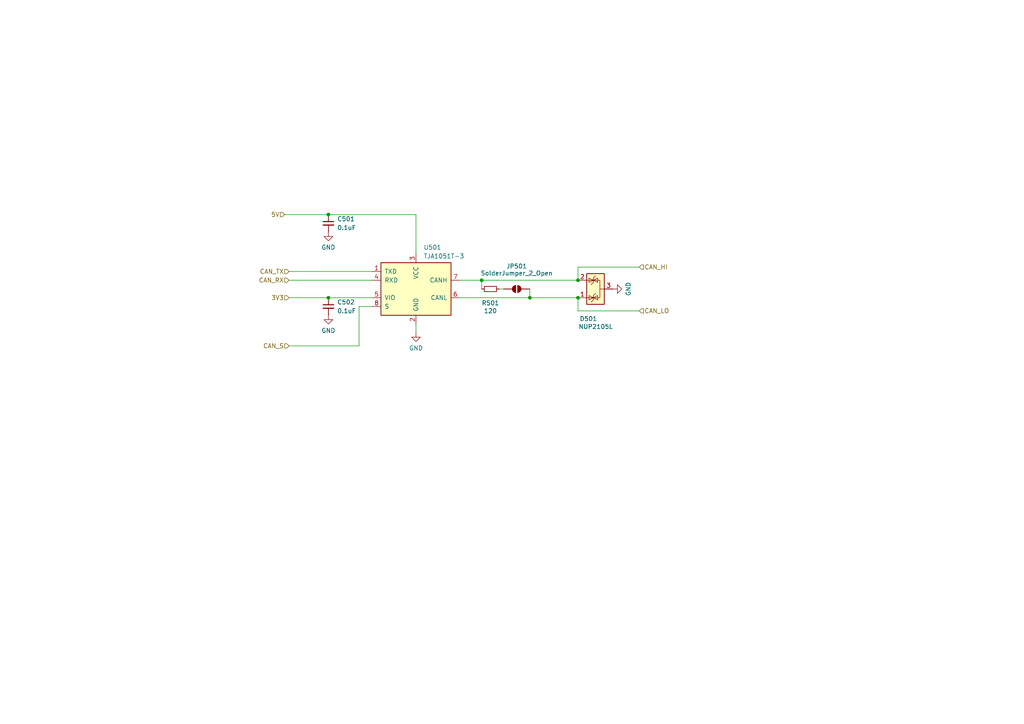
<source format=kicad_sch>
(kicad_sch (version 20250114) (generator "eeschema") (generator_version "9.0")
  (paper "A4")
  (title_block (title "CAN BUS") (date "2025-04-30"))
  (lib_symbols
    (symbol "Device:C_Small" (pin_numbers (hide yes)) (pin_names (offset 0.254) (hide yes))
      (property "Reference" "C" (at 0.254 1.778 0))
      (property "Value" "C_Small" (at 0.254 -2.032 0))
      (symbol "C_Small_0_1"
        (polyline (pts (xy -1.524 0.508) (xy 1.524 0.508)) (stroke (width 0.3048)))
        (polyline (pts (xy -1.524 -0.508) (xy 1.524 -0.508)) (stroke (width 0.3302)))
      )
      (symbol "C_Small_1_1"
        (pin passive line (at 0 2.54 270) (length 2.032) (name "~") (number "1"))
        (pin passive line (at 0 -2.54 90) (length 2.032) (name "~") (number "2"))
      )
    )
    (symbol "Device:R_Small" (pin_numbers (hide yes)) (pin_names (offset 0.254) (hide yes))
      (property "Reference" "R" (at 0.762 0.508 0))
      (property "Value" "R_Small" (at 0.762 -1.016 0))
      (symbol "R_Small_0_1"
        (rectangle (start -0.762 1.778) (end 0.762 -1.778) (stroke (width 0.2032)))
      )
      (symbol "R_Small_1_1"
        (pin passive line (at 0 2.54 270) (length 0.762) (name "~") (number "1"))
        (pin passive line (at 0 -2.54 90) (length 0.762) (name "~") (number "2"))
      )
    )
    (symbol "Interface_CAN_LIN:TJA1051T-3" (pin_names (offset 1.016))
      (property "Reference" "U" (at -10.16 8.89 0))
      (property "Value" "TJA1051T-3" (at 1.27 8.89 0))
      (symbol "TJA1051T-3_0_1"
        (rectangle (start -10.16 7.62) (end 10.16 -7.62) (stroke (width 0.254)) (fill (type background)))
      )
      (symbol "TJA1051T-3_1_1"
        (pin input line (at -12.7 5.08 0) (length 2.54) (name "TXD") (number "1"))
        (pin output line (at -12.7 2.54 0) (length 2.54) (name "RXD") (number "4"))
        (pin power_in line (at -12.7 -2.54 0) (length 2.54) (name "VIO") (number "5"))
        (pin input line (at -12.7 -5.08 0) (length 2.54) (name "S") (number "8"))
        (pin power_in line (at 0 10.16 270) (length 2.54) (name "VCC") (number "3"))
        (pin power_in line (at 0 -10.16 90) (length 2.54) (name "GND") (number "2"))
        (pin bidirectional line (at 12.7 2.54 180) (length 2.54) (name "CANH") (number "7"))
        (pin bidirectional line (at 12.7 -2.54 180) (length 2.54) (name "CANL") (number "6"))
      )
    )
    (symbol "Jumper:SolderJumper_2_Open" (pin_numbers (hide yes)) (pin_names (offset 0) (hide yes)) (in_bom no)
      (property "Reference" "JP" (at 0 2.032 0))
      (property "Value" "SolderJumper_2_Open" (at 0 -2.54 0))
      (symbol "SolderJumper_2_Open_0_1"
        (polyline (pts (xy -0.254 1.016) (xy -0.254 -1.016)))
        (arc (start -0.254 -1.016) (mid -1.2656 0) (end -0.254 1.016))
        (arc (start -0.254 -1.016) (mid -1.2656 0) (end -0.254 1.016) (fill (type outline)))
        (arc (start 0.254 1.016) (mid 1.2656 0) (end 0.254 -1.016))
        (arc (start 0.254 1.016) (mid 1.2656 0) (end 0.254 -1.016) (fill (type outline)))
        (polyline (pts (xy 0.254 1.016) (xy 0.254 -1.016)))
      )
      (symbol "SolderJumper_2_Open_1_1"
        (pin passive line (at -3.81 0 0) (length 2.54) (name "A") (number "1"))
        (pin passive line (at 3.81 0 180) (length 2.54) (name "B") (number "2"))
      )
    )
    (symbol "Power_Protection:NUP2105L" (pin_names (hide yes))
      (property "Reference" "D" (at 5.715 2.54 0))
      (property "Value" "NUP2105L" (at 5.715 0.635 0))
      (symbol "NUP2105L_0_0"
        (pin passive line (at 0 -5.08 90) (length 2.54) (name "A") (number "3"))
      )
      (symbol "NUP2105L_0_1"
        (rectangle (start -4.445 2.54) (end 4.445 -2.54) (stroke (width 0.254)) (fill (type background)))
        (polyline (pts (xy -3.81 1.27) (xy -3.175 0.635) (xy -1.905 0.635) (xy -1.27 0)))
        (polyline (pts (xy -2.54 2.54) (xy -2.54 0.635)))
        (polyline (pts (xy -2.54 0.635) (xy -2.54 -1.27) (xy 2.54 -1.27) (xy 2.54 0.635)))
        (polyline (pts (xy -2.54 0.635) (xy -1.905 -0.635) (xy -3.175 -0.635) (xy -2.54 0.635)))
        (polyline (pts (xy -2.54 0.635) (xy -3.175 1.905) (xy -1.905 1.905) (xy -2.54 0.635) (xy -2.54 1.27)))
        (polyline (pts (xy 0 -1.27) (xy 0 -2.54)))
        (polyline (pts (xy 1.27 1.27) (xy 1.905 0.635) (xy 2.54 0.635) (xy 3.175 0.635) (xy 3.81 0)))
        (polyline (pts (xy 2.54 2.54) (xy 2.54 0.635)))
        (polyline (pts (xy 2.54 0.635) (xy 1.905 -0.635) (xy 3.175 -0.635) (xy 2.54 0.635)))
        (polyline (pts (xy 2.54 0.635) (xy 3.175 1.905) (xy 1.905 1.905) (xy 2.54 0.635)))
      )
      (symbol "NUP2105L_1_1"
        (pin passive line (at -2.54 5.08 270) (length 2.54) (name "K") (number "1"))
        (pin passive line (at 2.54 5.08 270) (length 2.54) (name "K") (number "2"))
      )
    )
    (symbol "power:GND" (power) (pin_names (offset 0))
      (property "Value" "GND" (at 0 -3.81 0))
      (symbol "GND_0_1"
        (polyline (pts (xy 0 0) (xy 0 -1.27) (xy 1.27 -1.27) (xy 0 -2.54) (xy -1.27 -1.27) (xy 0 -1.27)))
      )
      (symbol "GND_1_1"
        (pin power_in line (at 0 0 270) (length 0) (hide yes) (name "GND") (number "1"))
      )
    )
  )
  (junction (at 95.25 86.36))
  (junction (at 95.25 62.23))
  (junction (at 153.67 86.36))
  (junction (at 167.64 81.28))
  (junction (at 139.7 81.28))
  (junction (at 167.64 86.36))
  (wire (pts (xy 107.95 88.9) (xy 104.14 88.9)))
  (wire (pts (xy 139.7 81.28) (xy 167.64 81.28)))
  (wire (pts (xy 167.64 81.28) (xy 167.64 77.47)))
  (wire (pts (xy 167.64 90.17) (xy 185.42 90.17)))
  (wire (pts (xy 95.25 86.36) (xy 107.95 86.36)))
  (wire (pts (xy 139.7 81.28) (xy 139.7 83.82)))
  (wire (pts (xy 83.82 81.28) (xy 107.95 81.28)))
  (wire (pts (xy 144.78 83.82) (xy 146.05 83.82)))
  (wire (pts (xy 82.55 62.23) (xy 95.25 62.23)))
  (wire (pts (xy 104.14 100.33) (xy 83.82 100.33)))
  (wire (pts (xy 153.67 83.82) (xy 153.67 86.36)))
  (wire (pts (xy 95.25 62.23) (xy 120.65 62.23)))
  (wire (pts (xy 120.65 93.98) (xy 120.65 96.52)))
  (wire (pts (xy 167.64 86.36) (xy 167.64 90.17)))
  (wire (pts (xy 120.65 62.23) (xy 120.65 73.66)))
  (wire (pts (xy 133.35 81.28) (xy 139.7 81.28)))
  (wire (pts (xy 83.82 86.36) (xy 95.25 86.36)))
  (wire (pts (xy 104.14 88.9) (xy 104.14 100.33)))
  (wire (pts (xy 83.82 78.74) (xy 107.95 78.74)))
  (wire (pts (xy 153.67 86.36) (xy 167.64 86.36)))
  (wire (pts (xy 167.64 77.47) (xy 185.42 77.47)))
  (wire (pts (xy 133.35 86.36) (xy 153.67 86.36)))
  (hierarchical_label "CAN_TX" (shape input) (at 83.82 78.74 180))
  (hierarchical_label "3V3" (shape input) (at 83.82 86.36 180))
  (hierarchical_label "CAN_HI" (shape input) (at 185.42 77.47 0))
  (hierarchical_label "CAN_LO" (shape input) (at 185.42 90.17 0))
  (hierarchical_label "CAN_S" (shape input) (at 83.82 100.33 180))
  (hierarchical_label "CAN_RX" (shape input) (at 83.82 81.28 180))
  (hierarchical_label "5V" (shape input) (at 82.55 62.23 180))
  (symbol (lib_id "Interface_CAN_LIN:TJA1051T-3") (at 120.65 83.82 0) (unit 1)
    (property "Reference" "U301" (at 122.8441 71.755 0) (effects (justify left)))
    (property "Value" "TJA1051T-3" (at 122.8441 74.295 0) (effects (justify left)))
    (property "Footprint" "Package_SO:SOIC-8_3.9x4.9mm_P1.27mm" (effects (hide yes)))
    (property "Datasheet" "http://www.nxp.com/docs/en/data-sheet/TJA1051.pdf" (effects (hide yes)))
    (property "LCSC" "C38695" (effects (hide yes)))
    (instances (project "canfilter_g4" (path "" (reference "U501") (unit 1)) (path "" (reference "U301") (unit 1)) (path "" (reference "U401") (unit 1))))
  )
  (symbol (lib_id "power:GND") (at 95.25 67.31 0) (unit 1)
    (property "Reference" "#PWR0301" (effects (hide yes)))
    (property "Value" "GND" (at 95.25 71.755 0))
    (instances (project "canfilter_g4" (path "" (reference "#PWR0501") (unit 1)) (path "" (reference "#PWR0301") (unit 1)) (path "" (reference "#PWR0401") (unit 1))))
  )
  (symbol (lib_id "Device:R_Small") (at 142.24 83.82 90) (unit 1)
    (property "Reference" "R301" (at 142.24 87.884 90))
    (property "Value" "120" (at 142.24 90.17 90))
    (property "Footprint" "Resistor_SMD:R_0603_1608Metric" (effects (hide yes)))
    (property "LCSC" "C25196" (effects (hide yes)))
    (instances (project "canfilter_g4" (path "" (reference "R501") (unit 1)) (path "" (reference "R301") (unit 1)) (path "" (reference "R401") (unit 1))))
  )
  (symbol (lib_id "Device:C_Small") (at 95.25 88.9 0) (unit 1)
    (property "Reference" "C302" (at 97.79 87.6363 0) (effects (justify left)))
    (property "Value" "0.1uF" (at 97.79 90.1763 0) (effects (justify left)))
    (property "Footprint" "Capacitor_SMD:C_0603_1608Metric" (effects (hide yes)))
    (property "LCSC" "C92490" (effects (hide yes)))
    (instances (project "canfilter_g4" (path "" (reference "C502") (unit 1)) (path "" (reference "C302") (unit 1)) (path "" (reference "C402") (unit 1))))
  )
  (symbol (lib_id "power:GND") (at 177.8 83.82 90) (unit 1)
    (property "Reference" "#PWR0304" (effects (hide yes)))
    (property "Value" "GND" (at 182.245 83.82 0))
    (instances (project "canfilter_g4" (path "" (reference "#PWR0504") (unit 1)) (path "" (reference "#PWR0304") (unit 1)) (path "" (reference "#PWR0404") (unit 1))))
  )
  (symbol (lib_id "power:GND") (at 95.25 91.44 0) (unit 1)
    (property "Reference" "#PWR0302" (effects (hide yes)))
    (property "Value" "GND" (at 95.25 95.885 0))
    (instances (project "canfilter_g4" (path "" (reference "#PWR0502") (unit 1)) (path "" (reference "#PWR0302") (unit 1)) (path "" (reference "#PWR0402") (unit 1))))
  )
  (symbol (lib_id "Jumper:SolderJumper_2_Open") (at 149.86 83.82 0) (unit 1) (in_bom no)
    (property "Reference" "JP301" (at 149.86 77.216 0))
    (property "Value" "SolderJumper_2_Open" (at 149.86 79.248 0))
    (property "Footprint" "Jumper:SolderJumper-2_P1.3mm_Open_RoundedPad1.0x1.5mm" (effects (hide yes)))
    (property "Description" "Solder Jumper, 2-pole, open" (effects (hide yes)))
    (instances (project "canfilter_g4" (path "" (reference "JP501") (unit 1)) (path "" (reference "JP301") (unit 1)) (path "" (reference "JP401") (unit 1))))
  )
  (symbol (lib_id "Device:C_Small") (at 95.25 64.77 0) (unit 1)
    (property "Reference" "C301" (at 97.79 63.5063 0) (effects (justify left)))
    (property "Value" "0.1uF" (at 97.79 66.0463 0) (effects (justify left)))
    (property "Footprint" "Capacitor_SMD:C_0603_1608Metric" (effects (hide yes)))
    (property "LCSC" "C92490" (effects (hide yes)))
    (instances (project "canfilter_g4" (path "" (reference "C501") (unit 1)) (path "" (reference "C301") (unit 1)) (path "" (reference "C401") (unit 1))))
  )
  (symbol (lib_id "power:GND") (at 120.65 96.52 0) (unit 1)
    (property "Reference" "#PWR0303" (effects (hide yes)))
    (property "Value" "GND" (at 120.65 100.965 0))
    (instances (project "canfilter_g4" (path "" (reference "#PWR0503") (unit 1)) (path "" (reference "#PWR0303") (unit 1)) (path "" (reference "#PWR0403") (unit 1))))
  )
  (symbol (lib_id "Power_Protection:NUP2105L") (at 172.72 83.82 90) (unit 1)
    (property "Reference" "D301" (at 173.228 92.456 90) (effects (justify left)))
    (property "Value" "NUP2105L" (at 177.8 94.742 90) (effects (justify left)))
    (property "Footprint" "Package_TO_SOT_SMD:SOT-23" (effects (hide yes)))
    (property "Datasheet" "http://www.onsemi.com/pub_link/Collateral/NUP2105L-D.PDF" (effects (hide yes)))
    (property "LCSC" "C284104" (effects (hide yes)))
    (instances (project "canfilter_g4" (path "" (reference "D501") (unit 1)) (path "" (reference "D301") (unit 1)) (path "" (reference "D401") (unit 1))))
  )
)
</source>
